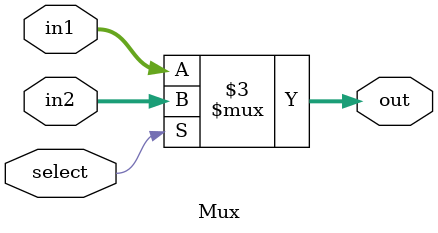
<source format=v>

module Mux(out,in1,in2,select);
    input [31:0] in1, in2;
	input select;
	output reg [31:0] out;
    always @(in1,in2,select) begin
      out <= (select == 0) ?  in1 : in2;  
    end

endmodule
</source>
